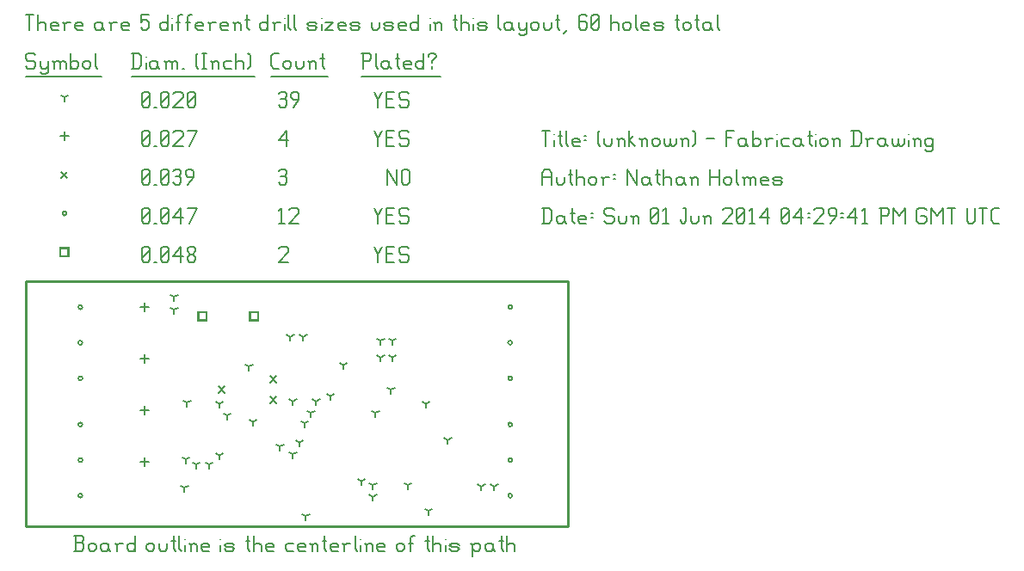
<source format=gbr>
G04 start of page 13 for group -3984 idx -3984 *
G04 Title: (unknown), fab *
G04 Creator: pcb 20110918 *
G04 CreationDate: Sun 01 Jun 2014 04:29:41 PM GMT UTC *
G04 For: ndholmes *
G04 Format: Gerber/RS-274X *
G04 PCB-Dimensions: 210000 95000 *
G04 PCB-Coordinate-Origin: lower left *
%MOIN*%
%FSLAX25Y25*%
%LNFAB*%
%ADD83C,0.0100*%
%ADD82C,0.0075*%
%ADD81C,0.0060*%
%ADD80R,0.0080X0.0080*%
G54D80*X86900Y83100D02*X90100D01*
X86900D02*Y79900D01*
X90100D01*
Y83100D02*Y79900D01*
X66900Y83100D02*X70100D01*
X66900D02*Y79900D01*
X70100D01*
Y83100D02*Y79900D01*
X13400Y107850D02*X16600D01*
X13400D02*Y104650D01*
X16600D01*
Y107850D02*Y104650D01*
G54D81*X135000Y108500D02*X136500Y105500D01*
X138000Y108500D01*
X136500Y105500D02*Y102500D01*
X139800Y105800D02*X142050D01*
X139800Y102500D02*X142800D01*
X139800Y108500D02*Y102500D01*
Y108500D02*X142800D01*
X147600D02*X148350Y107750D01*
X145350Y108500D02*X147600D01*
X144600Y107750D02*X145350Y108500D01*
X144600Y107750D02*Y106250D01*
X145350Y105500D01*
X147600D01*
X148350Y104750D01*
Y103250D01*
X147600Y102500D02*X148350Y103250D01*
X145350Y102500D02*X147600D01*
X144600Y103250D02*X145350Y102500D01*
X98000Y107750D02*X98750Y108500D01*
X101000D01*
X101750Y107750D01*
Y106250D01*
X98000Y102500D02*X101750Y106250D01*
X98000Y102500D02*X101750D01*
X45000Y103250D02*X45750Y102500D01*
X45000Y107750D02*Y103250D01*
Y107750D02*X45750Y108500D01*
X47250D01*
X48000Y107750D01*
Y103250D01*
X47250Y102500D02*X48000Y103250D01*
X45750Y102500D02*X47250D01*
X45000Y104000D02*X48000Y107000D01*
X49800Y102500D02*X50550D01*
X52350Y103250D02*X53100Y102500D01*
X52350Y107750D02*Y103250D01*
Y107750D02*X53100Y108500D01*
X54600D01*
X55350Y107750D01*
Y103250D01*
X54600Y102500D02*X55350Y103250D01*
X53100Y102500D02*X54600D01*
X52350Y104000D02*X55350Y107000D01*
X57150Y104750D02*X60150Y108500D01*
X57150Y104750D02*X60900D01*
X60150Y108500D02*Y102500D01*
X62700Y103250D02*X63450Y102500D01*
X62700Y104450D02*Y103250D01*
Y104450D02*X63750Y105500D01*
X64650D01*
X65700Y104450D01*
Y103250D01*
X64950Y102500D02*X65700Y103250D01*
X63450Y102500D02*X64950D01*
X62700Y106550D02*X63750Y105500D01*
X62700Y107750D02*Y106550D01*
Y107750D02*X63450Y108500D01*
X64950D01*
X65700Y107750D01*
Y106550D01*
X64650Y105500D02*X65700Y106550D01*
X20373Y84945D02*G75*G03X21973Y84945I800J0D01*G01*
G75*G03X20373Y84945I-800J0D01*G01*
Y71165D02*G75*G03X21973Y71165I800J0D01*G01*
G75*G03X20373Y71165I-800J0D01*G01*
Y57386D02*G75*G03X21973Y57386I800J0D01*G01*
G75*G03X20373Y57386I-800J0D01*G01*
Y39445D02*G75*G03X21973Y39445I800J0D01*G01*
G75*G03X20373Y39445I-800J0D01*G01*
Y25665D02*G75*G03X21973Y25665I800J0D01*G01*
G75*G03X20373Y25665I-800J0D01*G01*
Y11886D02*G75*G03X21973Y11886I800J0D01*G01*
G75*G03X20373Y11886I-800J0D01*G01*
X186873Y39445D02*G75*G03X188473Y39445I800J0D01*G01*
G75*G03X186873Y39445I-800J0D01*G01*
Y25665D02*G75*G03X188473Y25665I800J0D01*G01*
G75*G03X186873Y25665I-800J0D01*G01*
Y11886D02*G75*G03X188473Y11886I800J0D01*G01*
G75*G03X186873Y11886I-800J0D01*G01*
Y84945D02*G75*G03X188473Y84945I800J0D01*G01*
G75*G03X186873Y84945I-800J0D01*G01*
Y71165D02*G75*G03X188473Y71165I800J0D01*G01*
G75*G03X186873Y71165I-800J0D01*G01*
Y57386D02*G75*G03X188473Y57386I800J0D01*G01*
G75*G03X186873Y57386I-800J0D01*G01*
X14200Y121250D02*G75*G03X15800Y121250I800J0D01*G01*
G75*G03X14200Y121250I-800J0D01*G01*
X135000Y123500D02*X136500Y120500D01*
X138000Y123500D01*
X136500Y120500D02*Y117500D01*
X139800Y120800D02*X142050D01*
X139800Y117500D02*X142800D01*
X139800Y123500D02*Y117500D01*
Y123500D02*X142800D01*
X147600D02*X148350Y122750D01*
X145350Y123500D02*X147600D01*
X144600Y122750D02*X145350Y123500D01*
X144600Y122750D02*Y121250D01*
X145350Y120500D01*
X147600D01*
X148350Y119750D01*
Y118250D01*
X147600Y117500D02*X148350Y118250D01*
X145350Y117500D02*X147600D01*
X144600Y118250D02*X145350Y117500D01*
X98000Y122300D02*X99200Y123500D01*
Y117500D01*
X98000D02*X100250D01*
X102050Y122750D02*X102800Y123500D01*
X105050D01*
X105800Y122750D01*
Y121250D01*
X102050Y117500D02*X105800Y121250D01*
X102050Y117500D02*X105800D01*
X45000Y118250D02*X45750Y117500D01*
X45000Y122750D02*Y118250D01*
Y122750D02*X45750Y123500D01*
X47250D01*
X48000Y122750D01*
Y118250D01*
X47250Y117500D02*X48000Y118250D01*
X45750Y117500D02*X47250D01*
X45000Y119000D02*X48000Y122000D01*
X49800Y117500D02*X50550D01*
X52350Y118250D02*X53100Y117500D01*
X52350Y122750D02*Y118250D01*
Y122750D02*X53100Y123500D01*
X54600D01*
X55350Y122750D01*
Y118250D01*
X54600Y117500D02*X55350Y118250D01*
X53100Y117500D02*X54600D01*
X52350Y119000D02*X55350Y122000D01*
X57150Y119750D02*X60150Y123500D01*
X57150Y119750D02*X60900D01*
X60150Y123500D02*Y117500D01*
X63450D02*X66450Y123500D01*
X62700D02*X66450D01*
X74800Y54200D02*X77200Y51800D01*
X74800D02*X77200Y54200D01*
X94800Y58200D02*X97200Y55800D01*
X94800D02*X97200Y58200D01*
X94800Y50200D02*X97200Y47800D01*
X94800D02*X97200Y50200D01*
X13800Y137450D02*X16200Y135050D01*
X13800D02*X16200Y137450D01*
X140000Y138500D02*Y132500D01*
Y138500D02*X143750Y132500D01*
Y138500D02*Y132500D01*
X145550Y137750D02*Y133250D01*
Y137750D02*X146300Y138500D01*
X147800D01*
X148550Y137750D01*
Y133250D01*
X147800Y132500D02*X148550Y133250D01*
X146300Y132500D02*X147800D01*
X145550Y133250D02*X146300Y132500D01*
X98000Y137750D02*X98750Y138500D01*
X100250D01*
X101000Y137750D01*
X100250Y132500D02*X101000Y133250D01*
X98750Y132500D02*X100250D01*
X98000Y133250D02*X98750Y132500D01*
Y135800D02*X100250D01*
X101000Y137750D02*Y136550D01*
Y135050D02*Y133250D01*
Y135050D02*X100250Y135800D01*
X101000Y136550D02*X100250Y135800D01*
X45000Y133250D02*X45750Y132500D01*
X45000Y137750D02*Y133250D01*
Y137750D02*X45750Y138500D01*
X47250D01*
X48000Y137750D01*
Y133250D01*
X47250Y132500D02*X48000Y133250D01*
X45750Y132500D02*X47250D01*
X45000Y134000D02*X48000Y137000D01*
X49800Y132500D02*X50550D01*
X52350Y133250D02*X53100Y132500D01*
X52350Y137750D02*Y133250D01*
Y137750D02*X53100Y138500D01*
X54600D01*
X55350Y137750D01*
Y133250D01*
X54600Y132500D02*X55350Y133250D01*
X53100Y132500D02*X54600D01*
X52350Y134000D02*X55350Y137000D01*
X57150Y137750D02*X57900Y138500D01*
X59400D01*
X60150Y137750D01*
X59400Y132500D02*X60150Y133250D01*
X57900Y132500D02*X59400D01*
X57150Y133250D02*X57900Y132500D01*
Y135800D02*X59400D01*
X60150Y137750D02*Y136550D01*
Y135050D02*Y133250D01*
Y135050D02*X59400Y135800D01*
X60150Y136550D02*X59400Y135800D01*
X62700Y132500D02*X64950Y135500D01*
Y137750D02*Y135500D01*
X64200Y138500D02*X64950Y137750D01*
X62700Y138500D02*X64200D01*
X61950Y137750D02*X62700Y138500D01*
X61950Y137750D02*Y136250D01*
X62700Y135500D01*
X64950D01*
X46000Y86600D02*Y83400D01*
X44400Y85000D02*X47600D01*
X46000Y66600D02*Y63400D01*
X44400Y65000D02*X47600D01*
X46000Y46600D02*Y43400D01*
X44400Y45000D02*X47600D01*
X46000Y26600D02*Y23400D01*
X44400Y25000D02*X47600D01*
X15000Y152850D02*Y149650D01*
X13400Y151250D02*X16600D01*
X135000Y153500D02*X136500Y150500D01*
X138000Y153500D01*
X136500Y150500D02*Y147500D01*
X139800Y150800D02*X142050D01*
X139800Y147500D02*X142800D01*
X139800Y153500D02*Y147500D01*
Y153500D02*X142800D01*
X147600D02*X148350Y152750D01*
X145350Y153500D02*X147600D01*
X144600Y152750D02*X145350Y153500D01*
X144600Y152750D02*Y151250D01*
X145350Y150500D01*
X147600D01*
X148350Y149750D01*
Y148250D01*
X147600Y147500D02*X148350Y148250D01*
X145350Y147500D02*X147600D01*
X144600Y148250D02*X145350Y147500D01*
X98000Y149750D02*X101000Y153500D01*
X98000Y149750D02*X101750D01*
X101000Y153500D02*Y147500D01*
X45000Y148250D02*X45750Y147500D01*
X45000Y152750D02*Y148250D01*
Y152750D02*X45750Y153500D01*
X47250D01*
X48000Y152750D01*
Y148250D01*
X47250Y147500D02*X48000Y148250D01*
X45750Y147500D02*X47250D01*
X45000Y149000D02*X48000Y152000D01*
X49800Y147500D02*X50550D01*
X52350Y148250D02*X53100Y147500D01*
X52350Y152750D02*Y148250D01*
Y152750D02*X53100Y153500D01*
X54600D01*
X55350Y152750D01*
Y148250D01*
X54600Y147500D02*X55350Y148250D01*
X53100Y147500D02*X54600D01*
X52350Y149000D02*X55350Y152000D01*
X57150Y152750D02*X57900Y153500D01*
X60150D01*
X60900Y152750D01*
Y151250D01*
X57150Y147500D02*X60900Y151250D01*
X57150Y147500D02*X60900D01*
X63450D02*X66450Y153500D01*
X62700D02*X66450D01*
X155000Y47500D02*Y45900D01*
Y47500D02*X156387Y48300D01*
X155000Y47500D02*X153613Y48300D01*
X142000Y72000D02*Y70400D01*
Y72000D02*X143387Y72800D01*
X142000Y72000D02*X140613Y72800D01*
X142000Y65500D02*Y63900D01*
Y65500D02*X143387Y66300D01*
X142000Y65500D02*X140613Y66300D01*
X137500Y72000D02*Y70400D01*
Y72000D02*X138887Y72800D01*
X137500Y72000D02*X136113Y72800D01*
X137500Y65500D02*Y63900D01*
Y65500D02*X138887Y66300D01*
X137500Y65500D02*X136113Y66300D01*
X102500Y73500D02*Y71900D01*
Y73500D02*X103887Y74300D01*
X102500Y73500D02*X101113Y74300D01*
X107500Y73500D02*Y71900D01*
Y73500D02*X108887Y74300D01*
X107500Y73500D02*X106113Y74300D01*
X108500Y4000D02*Y2400D01*
Y4000D02*X109887Y4800D01*
X108500Y4000D02*X107113Y4800D01*
X156000Y6000D02*Y4400D01*
Y6000D02*X157387Y6800D01*
X156000Y6000D02*X154613Y6800D01*
X134500Y16000D02*Y14400D01*
Y16000D02*X135887Y16800D01*
X134500Y16000D02*X133113Y16800D01*
X130000Y17500D02*Y15900D01*
Y17500D02*X131387Y18300D01*
X130000Y17500D02*X128613Y18300D01*
X134500Y11500D02*Y9900D01*
Y11500D02*X135887Y12300D01*
X134500Y11500D02*X133113Y12300D01*
X176500Y15500D02*Y13900D01*
Y15500D02*X177887Y16300D01*
X176500Y15500D02*X175113Y16300D01*
X181500Y15500D02*Y13900D01*
Y15500D02*X182887Y16300D01*
X181500Y15500D02*X180113Y16300D01*
X135500Y44000D02*Y42400D01*
Y44000D02*X136887Y44800D01*
X135500Y44000D02*X134113Y44800D01*
X148000Y16000D02*Y14400D01*
Y16000D02*X149387Y16800D01*
X148000Y16000D02*X146613Y16800D01*
X110500Y44000D02*Y42400D01*
Y44000D02*X111887Y44800D01*
X110500Y44000D02*X109113Y44800D01*
X112500Y48500D02*Y46900D01*
Y48500D02*X113887Y49300D01*
X112500Y48500D02*X111113Y49300D01*
X61500Y15000D02*Y13400D01*
Y15000D02*X62887Y15800D01*
X61500Y15000D02*X60113Y15800D01*
X71000Y24000D02*Y22400D01*
Y24000D02*X72387Y24800D01*
X71000Y24000D02*X69613Y24800D01*
X108000Y40000D02*Y38400D01*
Y40000D02*X109387Y40800D01*
X108000Y40000D02*X106613Y40800D01*
X106000Y32500D02*Y30900D01*
Y32500D02*X107387Y33300D01*
X106000Y32500D02*X104613Y33300D01*
X88000Y40500D02*Y38900D01*
Y40500D02*X89387Y41300D01*
X88000Y40500D02*X86613Y41300D01*
X66000Y24000D02*Y22400D01*
Y24000D02*X67387Y24800D01*
X66000Y24000D02*X64613Y24800D01*
X62500Y48000D02*Y46400D01*
Y48000D02*X63887Y48800D01*
X62500Y48000D02*X61113Y48800D01*
X103500Y28000D02*Y26400D01*
Y28000D02*X104887Y28800D01*
X103500Y28000D02*X102113Y28800D01*
X86500Y62000D02*Y60400D01*
Y62000D02*X87887Y62800D01*
X86500Y62000D02*X85113Y62800D01*
X118000Y50500D02*Y48900D01*
Y50500D02*X119387Y51300D01*
X118000Y50500D02*X116613Y51300D01*
X78000Y43000D02*Y41400D01*
Y43000D02*X79387Y43800D01*
X78000Y43000D02*X76613Y43800D01*
X98500Y31000D02*Y29400D01*
Y31000D02*X99887Y31800D01*
X98500Y31000D02*X97113Y31800D01*
X75000Y27500D02*Y25900D01*
Y27500D02*X76387Y28300D01*
X75000Y27500D02*X73613Y28300D01*
X57500Y89000D02*Y87400D01*
Y89000D02*X58887Y89800D01*
X57500Y89000D02*X56113Y89800D01*
X57500Y84000D02*Y82400D01*
Y84000D02*X58887Y84800D01*
X57500Y84000D02*X56113Y84800D01*
X141500Y53000D02*Y51400D01*
Y53000D02*X142887Y53800D01*
X141500Y53000D02*X140113Y53800D01*
X163500Y33500D02*Y31900D01*
Y33500D02*X164887Y34300D01*
X163500Y33500D02*X162113Y34300D01*
X123000Y62500D02*Y60900D01*
Y62500D02*X124387Y63300D01*
X123000Y62500D02*X121613Y63300D01*
X62000Y26000D02*Y24400D01*
Y26000D02*X63387Y26800D01*
X62000Y26000D02*X60613Y26800D01*
X75000Y47500D02*Y45900D01*
Y47500D02*X76387Y48300D01*
X75000Y47500D02*X73613Y48300D01*
X103500Y48500D02*Y46900D01*
Y48500D02*X104887Y49300D01*
X103500Y48500D02*X102113Y49300D01*
X15000Y166250D02*Y164650D01*
Y166250D02*X16387Y167050D01*
X15000Y166250D02*X13613Y167050D01*
X135000Y168500D02*X136500Y165500D01*
X138000Y168500D01*
X136500Y165500D02*Y162500D01*
X139800Y165800D02*X142050D01*
X139800Y162500D02*X142800D01*
X139800Y168500D02*Y162500D01*
Y168500D02*X142800D01*
X147600D02*X148350Y167750D01*
X145350Y168500D02*X147600D01*
X144600Y167750D02*X145350Y168500D01*
X144600Y167750D02*Y166250D01*
X145350Y165500D01*
X147600D01*
X148350Y164750D01*
Y163250D01*
X147600Y162500D02*X148350Y163250D01*
X145350Y162500D02*X147600D01*
X144600Y163250D02*X145350Y162500D01*
X98000Y167750D02*X98750Y168500D01*
X100250D01*
X101000Y167750D01*
X100250Y162500D02*X101000Y163250D01*
X98750Y162500D02*X100250D01*
X98000Y163250D02*X98750Y162500D01*
Y165800D02*X100250D01*
X101000Y167750D02*Y166550D01*
Y165050D02*Y163250D01*
Y165050D02*X100250Y165800D01*
X101000Y166550D02*X100250Y165800D01*
X103550Y162500D02*X105800Y165500D01*
Y167750D02*Y165500D01*
X105050Y168500D02*X105800Y167750D01*
X103550Y168500D02*X105050D01*
X102800Y167750D02*X103550Y168500D01*
X102800Y167750D02*Y166250D01*
X103550Y165500D01*
X105800D01*
X45000Y163250D02*X45750Y162500D01*
X45000Y167750D02*Y163250D01*
Y167750D02*X45750Y168500D01*
X47250D01*
X48000Y167750D01*
Y163250D01*
X47250Y162500D02*X48000Y163250D01*
X45750Y162500D02*X47250D01*
X45000Y164000D02*X48000Y167000D01*
X49800Y162500D02*X50550D01*
X52350Y163250D02*X53100Y162500D01*
X52350Y167750D02*Y163250D01*
Y167750D02*X53100Y168500D01*
X54600D01*
X55350Y167750D01*
Y163250D01*
X54600Y162500D02*X55350Y163250D01*
X53100Y162500D02*X54600D01*
X52350Y164000D02*X55350Y167000D01*
X57150Y167750D02*X57900Y168500D01*
X60150D01*
X60900Y167750D01*
Y166250D01*
X57150Y162500D02*X60900Y166250D01*
X57150Y162500D02*X60900D01*
X62700Y163250D02*X63450Y162500D01*
X62700Y167750D02*Y163250D01*
Y167750D02*X63450Y168500D01*
X64950D01*
X65700Y167750D01*
Y163250D01*
X64950Y162500D02*X65700Y163250D01*
X63450Y162500D02*X64950D01*
X62700Y164000D02*X65700Y167000D01*
X3000Y183500D02*X3750Y182750D01*
X750Y183500D02*X3000D01*
X0Y182750D02*X750Y183500D01*
X0Y182750D02*Y181250D01*
X750Y180500D01*
X3000D01*
X3750Y179750D01*
Y178250D01*
X3000Y177500D02*X3750Y178250D01*
X750Y177500D02*X3000D01*
X0Y178250D02*X750Y177500D01*
X5550Y180500D02*Y178250D01*
X6300Y177500D01*
X8550Y180500D02*Y176000D01*
X7800Y175250D02*X8550Y176000D01*
X6300Y175250D02*X7800D01*
X5550Y176000D02*X6300Y175250D01*
Y177500D02*X7800D01*
X8550Y178250D01*
X11100Y179750D02*Y177500D01*
Y179750D02*X11850Y180500D01*
X12600D01*
X13350Y179750D01*
Y177500D01*
Y179750D02*X14100Y180500D01*
X14850D01*
X15600Y179750D01*
Y177500D01*
X10350Y180500D02*X11100Y179750D01*
X17400Y183500D02*Y177500D01*
Y178250D02*X18150Y177500D01*
X19650D01*
X20400Y178250D01*
Y179750D02*Y178250D01*
X19650Y180500D02*X20400Y179750D01*
X18150Y180500D02*X19650D01*
X17400Y179750D02*X18150Y180500D01*
X22200Y179750D02*Y178250D01*
Y179750D02*X22950Y180500D01*
X24450D01*
X25200Y179750D01*
Y178250D01*
X24450Y177500D02*X25200Y178250D01*
X22950Y177500D02*X24450D01*
X22200Y178250D02*X22950Y177500D01*
X27000Y183500D02*Y178250D01*
X27750Y177500D01*
X0Y174250D02*X29250D01*
X41750Y183500D02*Y177500D01*
X43700Y183500D02*X44750Y182450D01*
Y178550D01*
X43700Y177500D02*X44750Y178550D01*
X41000Y177500D02*X43700D01*
X41000Y183500D02*X43700D01*
G54D82*X46550Y182000D02*Y181850D01*
G54D81*Y179750D02*Y177500D01*
X50300Y180500D02*X51050Y179750D01*
X48800Y180500D02*X50300D01*
X48050Y179750D02*X48800Y180500D01*
X48050Y179750D02*Y178250D01*
X48800Y177500D01*
X51050Y180500D02*Y178250D01*
X51800Y177500D01*
X48800D02*X50300D01*
X51050Y178250D01*
X54350Y179750D02*Y177500D01*
Y179750D02*X55100Y180500D01*
X55850D01*
X56600Y179750D01*
Y177500D01*
Y179750D02*X57350Y180500D01*
X58100D01*
X58850Y179750D01*
Y177500D01*
X53600Y180500D02*X54350Y179750D01*
X60650Y177500D02*X61400D01*
X65900Y178250D02*X66650Y177500D01*
X65900Y182750D02*X66650Y183500D01*
X65900Y182750D02*Y178250D01*
X68450Y183500D02*X69950D01*
X69200D02*Y177500D01*
X68450D02*X69950D01*
X72500Y179750D02*Y177500D01*
Y179750D02*X73250Y180500D01*
X74000D01*
X74750Y179750D01*
Y177500D01*
X71750Y180500D02*X72500Y179750D01*
X77300Y180500D02*X79550D01*
X76550Y179750D02*X77300Y180500D01*
X76550Y179750D02*Y178250D01*
X77300Y177500D01*
X79550D01*
X81350Y183500D02*Y177500D01*
Y179750D02*X82100Y180500D01*
X83600D01*
X84350Y179750D01*
Y177500D01*
X86150Y183500D02*X86900Y182750D01*
Y178250D01*
X86150Y177500D02*X86900Y178250D01*
X41000Y174250D02*X88700D01*
X96050Y177500D02*X98000D01*
X95000Y178550D02*X96050Y177500D01*
X95000Y182450D02*Y178550D01*
Y182450D02*X96050Y183500D01*
X98000D01*
X99800Y179750D02*Y178250D01*
Y179750D02*X100550Y180500D01*
X102050D01*
X102800Y179750D01*
Y178250D01*
X102050Y177500D02*X102800Y178250D01*
X100550Y177500D02*X102050D01*
X99800Y178250D02*X100550Y177500D01*
X104600Y180500D02*Y178250D01*
X105350Y177500D01*
X106850D01*
X107600Y178250D01*
Y180500D02*Y178250D01*
X110150Y179750D02*Y177500D01*
Y179750D02*X110900Y180500D01*
X111650D01*
X112400Y179750D01*
Y177500D01*
X109400Y180500D02*X110150Y179750D01*
X114950Y183500D02*Y178250D01*
X115700Y177500D01*
X114200Y181250D02*X115700D01*
X95000Y174250D02*X117200D01*
X130750Y183500D02*Y177500D01*
X130000Y183500D02*X133000D01*
X133750Y182750D01*
Y181250D01*
X133000Y180500D02*X133750Y181250D01*
X130750Y180500D02*X133000D01*
X135550Y183500D02*Y178250D01*
X136300Y177500D01*
X140050Y180500D02*X140800Y179750D01*
X138550Y180500D02*X140050D01*
X137800Y179750D02*X138550Y180500D01*
X137800Y179750D02*Y178250D01*
X138550Y177500D01*
X140800Y180500D02*Y178250D01*
X141550Y177500D01*
X138550D02*X140050D01*
X140800Y178250D01*
X144100Y183500D02*Y178250D01*
X144850Y177500D01*
X143350Y181250D02*X144850D01*
X147100Y177500D02*X149350D01*
X146350Y178250D02*X147100Y177500D01*
X146350Y179750D02*Y178250D01*
Y179750D02*X147100Y180500D01*
X148600D01*
X149350Y179750D01*
X146350Y179000D02*X149350D01*
Y179750D02*Y179000D01*
X154150Y183500D02*Y177500D01*
X153400D02*X154150Y178250D01*
X151900Y177500D02*X153400D01*
X151150Y178250D02*X151900Y177500D01*
X151150Y179750D02*Y178250D01*
Y179750D02*X151900Y180500D01*
X153400D01*
X154150Y179750D01*
X157450Y180500D02*Y179750D01*
Y178250D02*Y177500D01*
X155950Y182750D02*Y182000D01*
Y182750D02*X156700Y183500D01*
X158200D01*
X158950Y182750D01*
Y182000D01*
X157450Y180500D02*X158950Y182000D01*
X130000Y174250D02*X160750D01*
X0Y198500D02*X3000D01*
X1500D02*Y192500D01*
X4800Y198500D02*Y192500D01*
Y194750D02*X5550Y195500D01*
X7050D01*
X7800Y194750D01*
Y192500D01*
X10350D02*X12600D01*
X9600Y193250D02*X10350Y192500D01*
X9600Y194750D02*Y193250D01*
Y194750D02*X10350Y195500D01*
X11850D01*
X12600Y194750D01*
X9600Y194000D02*X12600D01*
Y194750D02*Y194000D01*
X15150Y194750D02*Y192500D01*
Y194750D02*X15900Y195500D01*
X17400D01*
X14400D02*X15150Y194750D01*
X19950Y192500D02*X22200D01*
X19200Y193250D02*X19950Y192500D01*
X19200Y194750D02*Y193250D01*
Y194750D02*X19950Y195500D01*
X21450D01*
X22200Y194750D01*
X19200Y194000D02*X22200D01*
Y194750D02*Y194000D01*
X28950Y195500D02*X29700Y194750D01*
X27450Y195500D02*X28950D01*
X26700Y194750D02*X27450Y195500D01*
X26700Y194750D02*Y193250D01*
X27450Y192500D01*
X29700Y195500D02*Y193250D01*
X30450Y192500D01*
X27450D02*X28950D01*
X29700Y193250D01*
X33000Y194750D02*Y192500D01*
Y194750D02*X33750Y195500D01*
X35250D01*
X32250D02*X33000Y194750D01*
X37800Y192500D02*X40050D01*
X37050Y193250D02*X37800Y192500D01*
X37050Y194750D02*Y193250D01*
Y194750D02*X37800Y195500D01*
X39300D01*
X40050Y194750D01*
X37050Y194000D02*X40050D01*
Y194750D02*Y194000D01*
X44550Y198500D02*X47550D01*
X44550D02*Y195500D01*
X45300Y196250D01*
X46800D01*
X47550Y195500D01*
Y193250D01*
X46800Y192500D02*X47550Y193250D01*
X45300Y192500D02*X46800D01*
X44550Y193250D02*X45300Y192500D01*
X55050Y198500D02*Y192500D01*
X54300D02*X55050Y193250D01*
X52800Y192500D02*X54300D01*
X52050Y193250D02*X52800Y192500D01*
X52050Y194750D02*Y193250D01*
Y194750D02*X52800Y195500D01*
X54300D01*
X55050Y194750D01*
G54D82*X56850Y197000D02*Y196850D01*
G54D81*Y194750D02*Y192500D01*
X59100Y197750D02*Y192500D01*
Y197750D02*X59850Y198500D01*
X60600D01*
X58350Y195500D02*X59850D01*
X62850Y197750D02*Y192500D01*
Y197750D02*X63600Y198500D01*
X64350D01*
X62100Y195500D02*X63600D01*
X66600Y192500D02*X68850D01*
X65850Y193250D02*X66600Y192500D01*
X65850Y194750D02*Y193250D01*
Y194750D02*X66600Y195500D01*
X68100D01*
X68850Y194750D01*
X65850Y194000D02*X68850D01*
Y194750D02*Y194000D01*
X71400Y194750D02*Y192500D01*
Y194750D02*X72150Y195500D01*
X73650D01*
X70650D02*X71400Y194750D01*
X76200Y192500D02*X78450D01*
X75450Y193250D02*X76200Y192500D01*
X75450Y194750D02*Y193250D01*
Y194750D02*X76200Y195500D01*
X77700D01*
X78450Y194750D01*
X75450Y194000D02*X78450D01*
Y194750D02*Y194000D01*
X81000Y194750D02*Y192500D01*
Y194750D02*X81750Y195500D01*
X82500D01*
X83250Y194750D01*
Y192500D01*
X80250Y195500D02*X81000Y194750D01*
X85800Y198500D02*Y193250D01*
X86550Y192500D01*
X85050Y196250D02*X86550D01*
X93750Y198500D02*Y192500D01*
X93000D02*X93750Y193250D01*
X91500Y192500D02*X93000D01*
X90750Y193250D02*X91500Y192500D01*
X90750Y194750D02*Y193250D01*
Y194750D02*X91500Y195500D01*
X93000D01*
X93750Y194750D01*
X96300D02*Y192500D01*
Y194750D02*X97050Y195500D01*
X98550D01*
X95550D02*X96300Y194750D01*
G54D82*X100350Y197000D02*Y196850D01*
G54D81*Y194750D02*Y192500D01*
X101850Y198500D02*Y193250D01*
X102600Y192500D01*
X104100Y198500D02*Y193250D01*
X104850Y192500D01*
X109800D02*X112050D01*
X112800Y193250D01*
X112050Y194000D02*X112800Y193250D01*
X109800Y194000D02*X112050D01*
X109050Y194750D02*X109800Y194000D01*
X109050Y194750D02*X109800Y195500D01*
X112050D01*
X112800Y194750D01*
X109050Y193250D02*X109800Y192500D01*
G54D82*X114600Y197000D02*Y196850D01*
G54D81*Y194750D02*Y192500D01*
X116100Y195500D02*X119100D01*
X116100Y192500D02*X119100Y195500D01*
X116100Y192500D02*X119100D01*
X121650D02*X123900D01*
X120900Y193250D02*X121650Y192500D01*
X120900Y194750D02*Y193250D01*
Y194750D02*X121650Y195500D01*
X123150D01*
X123900Y194750D01*
X120900Y194000D02*X123900D01*
Y194750D02*Y194000D01*
X126450Y192500D02*X128700D01*
X129450Y193250D01*
X128700Y194000D02*X129450Y193250D01*
X126450Y194000D02*X128700D01*
X125700Y194750D02*X126450Y194000D01*
X125700Y194750D02*X126450Y195500D01*
X128700D01*
X129450Y194750D01*
X125700Y193250D02*X126450Y192500D01*
X133950Y195500D02*Y193250D01*
X134700Y192500D01*
X136200D01*
X136950Y193250D01*
Y195500D02*Y193250D01*
X139500Y192500D02*X141750D01*
X142500Y193250D01*
X141750Y194000D02*X142500Y193250D01*
X139500Y194000D02*X141750D01*
X138750Y194750D02*X139500Y194000D01*
X138750Y194750D02*X139500Y195500D01*
X141750D01*
X142500Y194750D01*
X138750Y193250D02*X139500Y192500D01*
X145050D02*X147300D01*
X144300Y193250D02*X145050Y192500D01*
X144300Y194750D02*Y193250D01*
Y194750D02*X145050Y195500D01*
X146550D01*
X147300Y194750D01*
X144300Y194000D02*X147300D01*
Y194750D02*Y194000D01*
X152100Y198500D02*Y192500D01*
X151350D02*X152100Y193250D01*
X149850Y192500D02*X151350D01*
X149100Y193250D02*X149850Y192500D01*
X149100Y194750D02*Y193250D01*
Y194750D02*X149850Y195500D01*
X151350D01*
X152100Y194750D01*
G54D82*X156600Y197000D02*Y196850D01*
G54D81*Y194750D02*Y192500D01*
X158850Y194750D02*Y192500D01*
Y194750D02*X159600Y195500D01*
X160350D01*
X161100Y194750D01*
Y192500D01*
X158100Y195500D02*X158850Y194750D01*
X166350Y198500D02*Y193250D01*
X167100Y192500D01*
X165600Y196250D02*X167100D01*
X168600Y198500D02*Y192500D01*
Y194750D02*X169350Y195500D01*
X170850D01*
X171600Y194750D01*
Y192500D01*
G54D82*X173400Y197000D02*Y196850D01*
G54D81*Y194750D02*Y192500D01*
X175650D02*X177900D01*
X178650Y193250D01*
X177900Y194000D02*X178650Y193250D01*
X175650Y194000D02*X177900D01*
X174900Y194750D02*X175650Y194000D01*
X174900Y194750D02*X175650Y195500D01*
X177900D01*
X178650Y194750D01*
X174900Y193250D02*X175650Y192500D01*
X183150Y198500D02*Y193250D01*
X183900Y192500D01*
X187650Y195500D02*X188400Y194750D01*
X186150Y195500D02*X187650D01*
X185400Y194750D02*X186150Y195500D01*
X185400Y194750D02*Y193250D01*
X186150Y192500D01*
X188400Y195500D02*Y193250D01*
X189150Y192500D01*
X186150D02*X187650D01*
X188400Y193250D01*
X190950Y195500D02*Y193250D01*
X191700Y192500D01*
X193950Y195500D02*Y191000D01*
X193200Y190250D02*X193950Y191000D01*
X191700Y190250D02*X193200D01*
X190950Y191000D02*X191700Y190250D01*
Y192500D02*X193200D01*
X193950Y193250D01*
X195750Y194750D02*Y193250D01*
Y194750D02*X196500Y195500D01*
X198000D01*
X198750Y194750D01*
Y193250D01*
X198000Y192500D02*X198750Y193250D01*
X196500Y192500D02*X198000D01*
X195750Y193250D02*X196500Y192500D01*
X200550Y195500D02*Y193250D01*
X201300Y192500D01*
X202800D01*
X203550Y193250D01*
Y195500D02*Y193250D01*
X206100Y198500D02*Y193250D01*
X206850Y192500D01*
X205350Y196250D02*X206850D01*
X208350Y191000D02*X209850Y192500D01*
X216600Y198500D02*X217350Y197750D01*
X215100Y198500D02*X216600D01*
X214350Y197750D02*X215100Y198500D01*
X214350Y197750D02*Y193250D01*
X215100Y192500D01*
X216600Y195800D02*X217350Y195050D01*
X214350Y195800D02*X216600D01*
X215100Y192500D02*X216600D01*
X217350Y193250D01*
Y195050D02*Y193250D01*
X219150D02*X219900Y192500D01*
X219150Y197750D02*Y193250D01*
Y197750D02*X219900Y198500D01*
X221400D01*
X222150Y197750D01*
Y193250D01*
X221400Y192500D02*X222150Y193250D01*
X219900Y192500D02*X221400D01*
X219150Y194000D02*X222150Y197000D01*
X226650Y198500D02*Y192500D01*
Y194750D02*X227400Y195500D01*
X228900D01*
X229650Y194750D01*
Y192500D01*
X231450Y194750D02*Y193250D01*
Y194750D02*X232200Y195500D01*
X233700D01*
X234450Y194750D01*
Y193250D01*
X233700Y192500D02*X234450Y193250D01*
X232200Y192500D02*X233700D01*
X231450Y193250D02*X232200Y192500D01*
X236250Y198500D02*Y193250D01*
X237000Y192500D01*
X239250D02*X241500D01*
X238500Y193250D02*X239250Y192500D01*
X238500Y194750D02*Y193250D01*
Y194750D02*X239250Y195500D01*
X240750D01*
X241500Y194750D01*
X238500Y194000D02*X241500D01*
Y194750D02*Y194000D01*
X244050Y192500D02*X246300D01*
X247050Y193250D01*
X246300Y194000D02*X247050Y193250D01*
X244050Y194000D02*X246300D01*
X243300Y194750D02*X244050Y194000D01*
X243300Y194750D02*X244050Y195500D01*
X246300D01*
X247050Y194750D01*
X243300Y193250D02*X244050Y192500D01*
X252300Y198500D02*Y193250D01*
X253050Y192500D01*
X251550Y196250D02*X253050D01*
X254550Y194750D02*Y193250D01*
Y194750D02*X255300Y195500D01*
X256800D01*
X257550Y194750D01*
Y193250D01*
X256800Y192500D02*X257550Y193250D01*
X255300Y192500D02*X256800D01*
X254550Y193250D02*X255300Y192500D01*
X260100Y198500D02*Y193250D01*
X260850Y192500D01*
X259350Y196250D02*X260850D01*
X264600Y195500D02*X265350Y194750D01*
X263100Y195500D02*X264600D01*
X262350Y194750D02*X263100Y195500D01*
X262350Y194750D02*Y193250D01*
X263100Y192500D01*
X265350Y195500D02*Y193250D01*
X266100Y192500D01*
X263100D02*X264600D01*
X265350Y193250D01*
X267900Y198500D02*Y193250D01*
X268650Y192500D01*
G54D83*X0Y95000D02*X180000D01*
X0Y13000D02*Y95000D01*
Y14000D02*Y0D01*
X210000D01*
Y95000D01*
X179500D01*
G54D81*X18675Y-9500D02*X21675D01*
X22425Y-8750D01*
Y-6950D02*Y-8750D01*
X21675Y-6200D02*X22425Y-6950D01*
X19425Y-6200D02*X21675D01*
X19425Y-3500D02*Y-9500D01*
X18675Y-3500D02*X21675D01*
X22425Y-4250D01*
Y-5450D01*
X21675Y-6200D02*X22425Y-5450D01*
X24225Y-7250D02*Y-8750D01*
Y-7250D02*X24975Y-6500D01*
X26475D01*
X27225Y-7250D01*
Y-8750D01*
X26475Y-9500D02*X27225Y-8750D01*
X24975Y-9500D02*X26475D01*
X24225Y-8750D02*X24975Y-9500D01*
X31275Y-6500D02*X32025Y-7250D01*
X29775Y-6500D02*X31275D01*
X29025Y-7250D02*X29775Y-6500D01*
X29025Y-7250D02*Y-8750D01*
X29775Y-9500D01*
X32025Y-6500D02*Y-8750D01*
X32775Y-9500D01*
X29775D02*X31275D01*
X32025Y-8750D01*
X35325Y-7250D02*Y-9500D01*
Y-7250D02*X36075Y-6500D01*
X37575D01*
X34575D02*X35325Y-7250D01*
X42375Y-3500D02*Y-9500D01*
X41625D02*X42375Y-8750D01*
X40125Y-9500D02*X41625D01*
X39375Y-8750D02*X40125Y-9500D01*
X39375Y-7250D02*Y-8750D01*
Y-7250D02*X40125Y-6500D01*
X41625D01*
X42375Y-7250D01*
X46875D02*Y-8750D01*
Y-7250D02*X47625Y-6500D01*
X49125D01*
X49875Y-7250D01*
Y-8750D01*
X49125Y-9500D02*X49875Y-8750D01*
X47625Y-9500D02*X49125D01*
X46875Y-8750D02*X47625Y-9500D01*
X51675Y-6500D02*Y-8750D01*
X52425Y-9500D01*
X53925D01*
X54675Y-8750D01*
Y-6500D02*Y-8750D01*
X57225Y-3500D02*Y-8750D01*
X57975Y-9500D01*
X56475Y-5750D02*X57975D01*
X59475Y-3500D02*Y-8750D01*
X60225Y-9500D01*
G54D82*X61725Y-5000D02*Y-5150D01*
G54D81*Y-7250D02*Y-9500D01*
X63975Y-7250D02*Y-9500D01*
Y-7250D02*X64725Y-6500D01*
X65475D01*
X66225Y-7250D01*
Y-9500D01*
X63225Y-6500D02*X63975Y-7250D01*
X68775Y-9500D02*X71025D01*
X68025Y-8750D02*X68775Y-9500D01*
X68025Y-7250D02*Y-8750D01*
Y-7250D02*X68775Y-6500D01*
X70275D01*
X71025Y-7250D01*
X68025Y-8000D02*X71025D01*
Y-7250D02*Y-8000D01*
G54D82*X75525Y-5000D02*Y-5150D01*
G54D81*Y-7250D02*Y-9500D01*
X77775D02*X80025D01*
X80775Y-8750D01*
X80025Y-8000D02*X80775Y-8750D01*
X77775Y-8000D02*X80025D01*
X77025Y-7250D02*X77775Y-8000D01*
X77025Y-7250D02*X77775Y-6500D01*
X80025D01*
X80775Y-7250D01*
X77025Y-8750D02*X77775Y-9500D01*
X86025Y-3500D02*Y-8750D01*
X86775Y-9500D01*
X85275Y-5750D02*X86775D01*
X88275Y-3500D02*Y-9500D01*
Y-7250D02*X89025Y-6500D01*
X90525D01*
X91275Y-7250D01*
Y-9500D01*
X93825D02*X96075D01*
X93075Y-8750D02*X93825Y-9500D01*
X93075Y-7250D02*Y-8750D01*
Y-7250D02*X93825Y-6500D01*
X95325D01*
X96075Y-7250D01*
X93075Y-8000D02*X96075D01*
Y-7250D02*Y-8000D01*
X101325Y-6500D02*X103575D01*
X100575Y-7250D02*X101325Y-6500D01*
X100575Y-7250D02*Y-8750D01*
X101325Y-9500D01*
X103575D01*
X106125D02*X108375D01*
X105375Y-8750D02*X106125Y-9500D01*
X105375Y-7250D02*Y-8750D01*
Y-7250D02*X106125Y-6500D01*
X107625D01*
X108375Y-7250D01*
X105375Y-8000D02*X108375D01*
Y-7250D02*Y-8000D01*
X110925Y-7250D02*Y-9500D01*
Y-7250D02*X111675Y-6500D01*
X112425D01*
X113175Y-7250D01*
Y-9500D01*
X110175Y-6500D02*X110925Y-7250D01*
X115725Y-3500D02*Y-8750D01*
X116475Y-9500D01*
X114975Y-5750D02*X116475D01*
X118725Y-9500D02*X120975D01*
X117975Y-8750D02*X118725Y-9500D01*
X117975Y-7250D02*Y-8750D01*
Y-7250D02*X118725Y-6500D01*
X120225D01*
X120975Y-7250D01*
X117975Y-8000D02*X120975D01*
Y-7250D02*Y-8000D01*
X123525Y-7250D02*Y-9500D01*
Y-7250D02*X124275Y-6500D01*
X125775D01*
X122775D02*X123525Y-7250D01*
X127575Y-3500D02*Y-8750D01*
X128325Y-9500D01*
G54D82*X129825Y-5000D02*Y-5150D01*
G54D81*Y-7250D02*Y-9500D01*
X132075Y-7250D02*Y-9500D01*
Y-7250D02*X132825Y-6500D01*
X133575D01*
X134325Y-7250D01*
Y-9500D01*
X131325Y-6500D02*X132075Y-7250D01*
X136875Y-9500D02*X139125D01*
X136125Y-8750D02*X136875Y-9500D01*
X136125Y-7250D02*Y-8750D01*
Y-7250D02*X136875Y-6500D01*
X138375D01*
X139125Y-7250D01*
X136125Y-8000D02*X139125D01*
Y-7250D02*Y-8000D01*
X143625Y-7250D02*Y-8750D01*
Y-7250D02*X144375Y-6500D01*
X145875D01*
X146625Y-7250D01*
Y-8750D01*
X145875Y-9500D02*X146625Y-8750D01*
X144375Y-9500D02*X145875D01*
X143625Y-8750D02*X144375Y-9500D01*
X149175Y-4250D02*Y-9500D01*
Y-4250D02*X149925Y-3500D01*
X150675D01*
X148425Y-6500D02*X149925D01*
X155625Y-3500D02*Y-8750D01*
X156375Y-9500D01*
X154875Y-5750D02*X156375D01*
X157875Y-3500D02*Y-9500D01*
Y-7250D02*X158625Y-6500D01*
X160125D01*
X160875Y-7250D01*
Y-9500D01*
G54D82*X162675Y-5000D02*Y-5150D01*
G54D81*Y-7250D02*Y-9500D01*
X164925D02*X167175D01*
X167925Y-8750D01*
X167175Y-8000D02*X167925Y-8750D01*
X164925Y-8000D02*X167175D01*
X164175Y-7250D02*X164925Y-8000D01*
X164175Y-7250D02*X164925Y-6500D01*
X167175D01*
X167925Y-7250D01*
X164175Y-8750D02*X164925Y-9500D01*
X173175Y-7250D02*Y-11750D01*
X172425Y-6500D02*X173175Y-7250D01*
X173925Y-6500D01*
X175425D01*
X176175Y-7250D01*
Y-8750D01*
X175425Y-9500D02*X176175Y-8750D01*
X173925Y-9500D02*X175425D01*
X173175Y-8750D02*X173925Y-9500D01*
X180225Y-6500D02*X180975Y-7250D01*
X178725Y-6500D02*X180225D01*
X177975Y-7250D02*X178725Y-6500D01*
X177975Y-7250D02*Y-8750D01*
X178725Y-9500D01*
X180975Y-6500D02*Y-8750D01*
X181725Y-9500D01*
X178725D02*X180225D01*
X180975Y-8750D01*
X184275Y-3500D02*Y-8750D01*
X185025Y-9500D01*
X183525Y-5750D02*X185025D01*
X186525Y-3500D02*Y-9500D01*
Y-7250D02*X187275Y-6500D01*
X188775D01*
X189525Y-7250D01*
Y-9500D01*
X200750Y123500D02*Y117500D01*
X202700Y123500D02*X203750Y122450D01*
Y118550D01*
X202700Y117500D02*X203750Y118550D01*
X200000Y117500D02*X202700D01*
X200000Y123500D02*X202700D01*
X207800Y120500D02*X208550Y119750D01*
X206300Y120500D02*X207800D01*
X205550Y119750D02*X206300Y120500D01*
X205550Y119750D02*Y118250D01*
X206300Y117500D01*
X208550Y120500D02*Y118250D01*
X209300Y117500D01*
X206300D02*X207800D01*
X208550Y118250D01*
X211850Y123500D02*Y118250D01*
X212600Y117500D01*
X211100Y121250D02*X212600D01*
X214850Y117500D02*X217100D01*
X214100Y118250D02*X214850Y117500D01*
X214100Y119750D02*Y118250D01*
Y119750D02*X214850Y120500D01*
X216350D01*
X217100Y119750D01*
X214100Y119000D02*X217100D01*
Y119750D02*Y119000D01*
X218900Y121250D02*X219650D01*
X218900Y119750D02*X219650D01*
X227150Y123500D02*X227900Y122750D01*
X224900Y123500D02*X227150D01*
X224150Y122750D02*X224900Y123500D01*
X224150Y122750D02*Y121250D01*
X224900Y120500D01*
X227150D01*
X227900Y119750D01*
Y118250D01*
X227150Y117500D02*X227900Y118250D01*
X224900Y117500D02*X227150D01*
X224150Y118250D02*X224900Y117500D01*
X229700Y120500D02*Y118250D01*
X230450Y117500D01*
X231950D01*
X232700Y118250D01*
Y120500D02*Y118250D01*
X235250Y119750D02*Y117500D01*
Y119750D02*X236000Y120500D01*
X236750D01*
X237500Y119750D01*
Y117500D01*
X234500Y120500D02*X235250Y119750D01*
X242000Y118250D02*X242750Y117500D01*
X242000Y122750D02*Y118250D01*
Y122750D02*X242750Y123500D01*
X244250D01*
X245000Y122750D01*
Y118250D01*
X244250Y117500D02*X245000Y118250D01*
X242750Y117500D02*X244250D01*
X242000Y119000D02*X245000Y122000D01*
X246800Y122300D02*X248000Y123500D01*
Y117500D01*
X246800D02*X249050D01*
X254600Y123500D02*X255800D01*
Y118250D01*
X255050Y117500D02*X255800Y118250D01*
X254300Y117500D02*X255050D01*
X253550Y118250D02*X254300Y117500D01*
X253550Y119000D02*Y118250D01*
X257600Y120500D02*Y118250D01*
X258350Y117500D01*
X259850D01*
X260600Y118250D01*
Y120500D02*Y118250D01*
X263150Y119750D02*Y117500D01*
Y119750D02*X263900Y120500D01*
X264650D01*
X265400Y119750D01*
Y117500D01*
X262400Y120500D02*X263150Y119750D01*
X269900Y122750D02*X270650Y123500D01*
X272900D01*
X273650Y122750D01*
Y121250D01*
X269900Y117500D02*X273650Y121250D01*
X269900Y117500D02*X273650D01*
X275450Y118250D02*X276200Y117500D01*
X275450Y122750D02*Y118250D01*
Y122750D02*X276200Y123500D01*
X277700D01*
X278450Y122750D01*
Y118250D01*
X277700Y117500D02*X278450Y118250D01*
X276200Y117500D02*X277700D01*
X275450Y119000D02*X278450Y122000D01*
X280250Y122300D02*X281450Y123500D01*
Y117500D01*
X280250D02*X282500D01*
X284300Y119750D02*X287300Y123500D01*
X284300Y119750D02*X288050D01*
X287300Y123500D02*Y117500D01*
X292550Y118250D02*X293300Y117500D01*
X292550Y122750D02*Y118250D01*
Y122750D02*X293300Y123500D01*
X294800D01*
X295550Y122750D01*
Y118250D01*
X294800Y117500D02*X295550Y118250D01*
X293300Y117500D02*X294800D01*
X292550Y119000D02*X295550Y122000D01*
X297350Y119750D02*X300350Y123500D01*
X297350Y119750D02*X301100D01*
X300350Y123500D02*Y117500D01*
X302900Y121250D02*X303650D01*
X302900Y119750D02*X303650D01*
X305450Y122750D02*X306200Y123500D01*
X308450D01*
X309200Y122750D01*
Y121250D01*
X305450Y117500D02*X309200Y121250D01*
X305450Y117500D02*X309200D01*
X311750D02*X314000Y120500D01*
Y122750D02*Y120500D01*
X313250Y123500D02*X314000Y122750D01*
X311750Y123500D02*X313250D01*
X311000Y122750D02*X311750Y123500D01*
X311000Y122750D02*Y121250D01*
X311750Y120500D01*
X314000D01*
X315800Y121250D02*X316550D01*
X315800Y119750D02*X316550D01*
X318350D02*X321350Y123500D01*
X318350Y119750D02*X322100D01*
X321350Y123500D02*Y117500D01*
X323900Y122300D02*X325100Y123500D01*
Y117500D01*
X323900D02*X326150D01*
X331400Y123500D02*Y117500D01*
X330650Y123500D02*X333650D01*
X334400Y122750D01*
Y121250D01*
X333650Y120500D02*X334400Y121250D01*
X331400Y120500D02*X333650D01*
X336200Y123500D02*Y117500D01*
Y123500D02*X338450Y120500D01*
X340700Y123500D01*
Y117500D01*
X348200Y123500D02*X348950Y122750D01*
X345950Y123500D02*X348200D01*
X345200Y122750D02*X345950Y123500D01*
X345200Y122750D02*Y118250D01*
X345950Y117500D01*
X348200D01*
X348950Y118250D01*
Y119750D02*Y118250D01*
X348200Y120500D02*X348950Y119750D01*
X346700Y120500D02*X348200D01*
X350750Y123500D02*Y117500D01*
Y123500D02*X353000Y120500D01*
X355250Y123500D01*
Y117500D01*
X357050Y123500D02*X360050D01*
X358550D02*Y117500D01*
X364550Y123500D02*Y118250D01*
X365300Y117500D01*
X366800D01*
X367550Y118250D01*
Y123500D02*Y118250D01*
X369350Y123500D02*X372350D01*
X370850D02*Y117500D01*
X375200D02*X377150D01*
X374150Y118550D02*X375200Y117500D01*
X374150Y122450D02*Y118550D01*
Y122450D02*X375200Y123500D01*
X377150D01*
X200000Y137000D02*Y132500D01*
Y137000D02*X201050Y138500D01*
X202700D01*
X203750Y137000D01*
Y132500D01*
X200000Y135500D02*X203750D01*
X205550D02*Y133250D01*
X206300Y132500D01*
X207800D01*
X208550Y133250D01*
Y135500D02*Y133250D01*
X211100Y138500D02*Y133250D01*
X211850Y132500D01*
X210350Y136250D02*X211850D01*
X213350Y138500D02*Y132500D01*
Y134750D02*X214100Y135500D01*
X215600D01*
X216350Y134750D01*
Y132500D01*
X218150Y134750D02*Y133250D01*
Y134750D02*X218900Y135500D01*
X220400D01*
X221150Y134750D01*
Y133250D01*
X220400Y132500D02*X221150Y133250D01*
X218900Y132500D02*X220400D01*
X218150Y133250D02*X218900Y132500D01*
X223700Y134750D02*Y132500D01*
Y134750D02*X224450Y135500D01*
X225950D01*
X222950D02*X223700Y134750D01*
X227750Y136250D02*X228500D01*
X227750Y134750D02*X228500D01*
X233000Y138500D02*Y132500D01*
Y138500D02*X236750Y132500D01*
Y138500D02*Y132500D01*
X240800Y135500D02*X241550Y134750D01*
X239300Y135500D02*X240800D01*
X238550Y134750D02*X239300Y135500D01*
X238550Y134750D02*Y133250D01*
X239300Y132500D01*
X241550Y135500D02*Y133250D01*
X242300Y132500D01*
X239300D02*X240800D01*
X241550Y133250D01*
X244850Y138500D02*Y133250D01*
X245600Y132500D01*
X244100Y136250D02*X245600D01*
X247100Y138500D02*Y132500D01*
Y134750D02*X247850Y135500D01*
X249350D01*
X250100Y134750D01*
Y132500D01*
X254150Y135500D02*X254900Y134750D01*
X252650Y135500D02*X254150D01*
X251900Y134750D02*X252650Y135500D01*
X251900Y134750D02*Y133250D01*
X252650Y132500D01*
X254900Y135500D02*Y133250D01*
X255650Y132500D01*
X252650D02*X254150D01*
X254900Y133250D01*
X258200Y134750D02*Y132500D01*
Y134750D02*X258950Y135500D01*
X259700D01*
X260450Y134750D01*
Y132500D01*
X257450Y135500D02*X258200Y134750D01*
X264950Y138500D02*Y132500D01*
X268700Y138500D02*Y132500D01*
X264950Y135500D02*X268700D01*
X270500Y134750D02*Y133250D01*
Y134750D02*X271250Y135500D01*
X272750D01*
X273500Y134750D01*
Y133250D01*
X272750Y132500D02*X273500Y133250D01*
X271250Y132500D02*X272750D01*
X270500Y133250D02*X271250Y132500D01*
X275300Y138500D02*Y133250D01*
X276050Y132500D01*
X278300Y134750D02*Y132500D01*
Y134750D02*X279050Y135500D01*
X279800D01*
X280550Y134750D01*
Y132500D01*
Y134750D02*X281300Y135500D01*
X282050D01*
X282800Y134750D01*
Y132500D01*
X277550Y135500D02*X278300Y134750D01*
X285350Y132500D02*X287600D01*
X284600Y133250D02*X285350Y132500D01*
X284600Y134750D02*Y133250D01*
Y134750D02*X285350Y135500D01*
X286850D01*
X287600Y134750D01*
X284600Y134000D02*X287600D01*
Y134750D02*Y134000D01*
X290150Y132500D02*X292400D01*
X293150Y133250D01*
X292400Y134000D02*X293150Y133250D01*
X290150Y134000D02*X292400D01*
X289400Y134750D02*X290150Y134000D01*
X289400Y134750D02*X290150Y135500D01*
X292400D01*
X293150Y134750D01*
X289400Y133250D02*X290150Y132500D01*
X200000Y153500D02*X203000D01*
X201500D02*Y147500D01*
G54D82*X204800Y152000D02*Y151850D01*
G54D81*Y149750D02*Y147500D01*
X207050Y153500D02*Y148250D01*
X207800Y147500D01*
X206300Y151250D02*X207800D01*
X209300Y153500D02*Y148250D01*
X210050Y147500D01*
X212300D02*X214550D01*
X211550Y148250D02*X212300Y147500D01*
X211550Y149750D02*Y148250D01*
Y149750D02*X212300Y150500D01*
X213800D01*
X214550Y149750D01*
X211550Y149000D02*X214550D01*
Y149750D02*Y149000D01*
X216350Y151250D02*X217100D01*
X216350Y149750D02*X217100D01*
X221600Y148250D02*X222350Y147500D01*
X221600Y152750D02*X222350Y153500D01*
X221600Y152750D02*Y148250D01*
X224150Y150500D02*Y148250D01*
X224900Y147500D01*
X226400D01*
X227150Y148250D01*
Y150500D02*Y148250D01*
X229700Y149750D02*Y147500D01*
Y149750D02*X230450Y150500D01*
X231200D01*
X231950Y149750D01*
Y147500D01*
X228950Y150500D02*X229700Y149750D01*
X233750Y153500D02*Y147500D01*
Y149750D02*X236000Y147500D01*
X233750Y149750D02*X235250Y151250D01*
X238550Y149750D02*Y147500D01*
Y149750D02*X239300Y150500D01*
X240050D01*
X240800Y149750D01*
Y147500D01*
X237800Y150500D02*X238550Y149750D01*
X242600D02*Y148250D01*
Y149750D02*X243350Y150500D01*
X244850D01*
X245600Y149750D01*
Y148250D01*
X244850Y147500D02*X245600Y148250D01*
X243350Y147500D02*X244850D01*
X242600Y148250D02*X243350Y147500D01*
X247400Y150500D02*Y148250D01*
X248150Y147500D01*
X248900D01*
X249650Y148250D01*
Y150500D02*Y148250D01*
X250400Y147500D01*
X251150D01*
X251900Y148250D01*
Y150500D02*Y148250D01*
X254450Y149750D02*Y147500D01*
Y149750D02*X255200Y150500D01*
X255950D01*
X256700Y149750D01*
Y147500D01*
X253700Y150500D02*X254450Y149750D01*
X258500Y153500D02*X259250Y152750D01*
Y148250D01*
X258500Y147500D02*X259250Y148250D01*
X263750Y150500D02*X266750D01*
X271250Y153500D02*Y147500D01*
Y153500D02*X274250D01*
X271250Y150800D02*X273500D01*
X278300Y150500D02*X279050Y149750D01*
X276800Y150500D02*X278300D01*
X276050Y149750D02*X276800Y150500D01*
X276050Y149750D02*Y148250D01*
X276800Y147500D01*
X279050Y150500D02*Y148250D01*
X279800Y147500D01*
X276800D02*X278300D01*
X279050Y148250D01*
X281600Y153500D02*Y147500D01*
Y148250D02*X282350Y147500D01*
X283850D01*
X284600Y148250D01*
Y149750D02*Y148250D01*
X283850Y150500D02*X284600Y149750D01*
X282350Y150500D02*X283850D01*
X281600Y149750D02*X282350Y150500D01*
X287150Y149750D02*Y147500D01*
Y149750D02*X287900Y150500D01*
X289400D01*
X286400D02*X287150Y149750D01*
G54D82*X291200Y152000D02*Y151850D01*
G54D81*Y149750D02*Y147500D01*
X293450Y150500D02*X295700D01*
X292700Y149750D02*X293450Y150500D01*
X292700Y149750D02*Y148250D01*
X293450Y147500D01*
X295700D01*
X299750Y150500D02*X300500Y149750D01*
X298250Y150500D02*X299750D01*
X297500Y149750D02*X298250Y150500D01*
X297500Y149750D02*Y148250D01*
X298250Y147500D01*
X300500Y150500D02*Y148250D01*
X301250Y147500D01*
X298250D02*X299750D01*
X300500Y148250D01*
X303800Y153500D02*Y148250D01*
X304550Y147500D01*
X303050Y151250D02*X304550D01*
G54D82*X306050Y152000D02*Y151850D01*
G54D81*Y149750D02*Y147500D01*
X307550Y149750D02*Y148250D01*
Y149750D02*X308300Y150500D01*
X309800D01*
X310550Y149750D01*
Y148250D01*
X309800Y147500D02*X310550Y148250D01*
X308300Y147500D02*X309800D01*
X307550Y148250D02*X308300Y147500D01*
X313100Y149750D02*Y147500D01*
Y149750D02*X313850Y150500D01*
X314600D01*
X315350Y149750D01*
Y147500D01*
X312350Y150500D02*X313100Y149750D01*
X320600Y153500D02*Y147500D01*
X322550Y153500D02*X323600Y152450D01*
Y148550D01*
X322550Y147500D02*X323600Y148550D01*
X319850Y147500D02*X322550D01*
X319850Y153500D02*X322550D01*
X326150Y149750D02*Y147500D01*
Y149750D02*X326900Y150500D01*
X328400D01*
X325400D02*X326150Y149750D01*
X332450Y150500D02*X333200Y149750D01*
X330950Y150500D02*X332450D01*
X330200Y149750D02*X330950Y150500D01*
X330200Y149750D02*Y148250D01*
X330950Y147500D01*
X333200Y150500D02*Y148250D01*
X333950Y147500D01*
X330950D02*X332450D01*
X333200Y148250D01*
X335750Y150500D02*Y148250D01*
X336500Y147500D01*
X337250D01*
X338000Y148250D01*
Y150500D02*Y148250D01*
X338750Y147500D01*
X339500D01*
X340250Y148250D01*
Y150500D02*Y148250D01*
G54D82*X342050Y152000D02*Y151850D01*
G54D81*Y149750D02*Y147500D01*
X344300Y149750D02*Y147500D01*
Y149750D02*X345050Y150500D01*
X345800D01*
X346550Y149750D01*
Y147500D01*
X343550Y150500D02*X344300Y149750D01*
X350600Y150500D02*X351350Y149750D01*
X349100Y150500D02*X350600D01*
X348350Y149750D02*X349100Y150500D01*
X348350Y149750D02*Y148250D01*
X349100Y147500D01*
X350600D01*
X351350Y148250D01*
X348350Y146000D02*X349100Y145250D01*
X350600D01*
X351350Y146000D01*
Y150500D02*Y146000D01*
M02*

</source>
